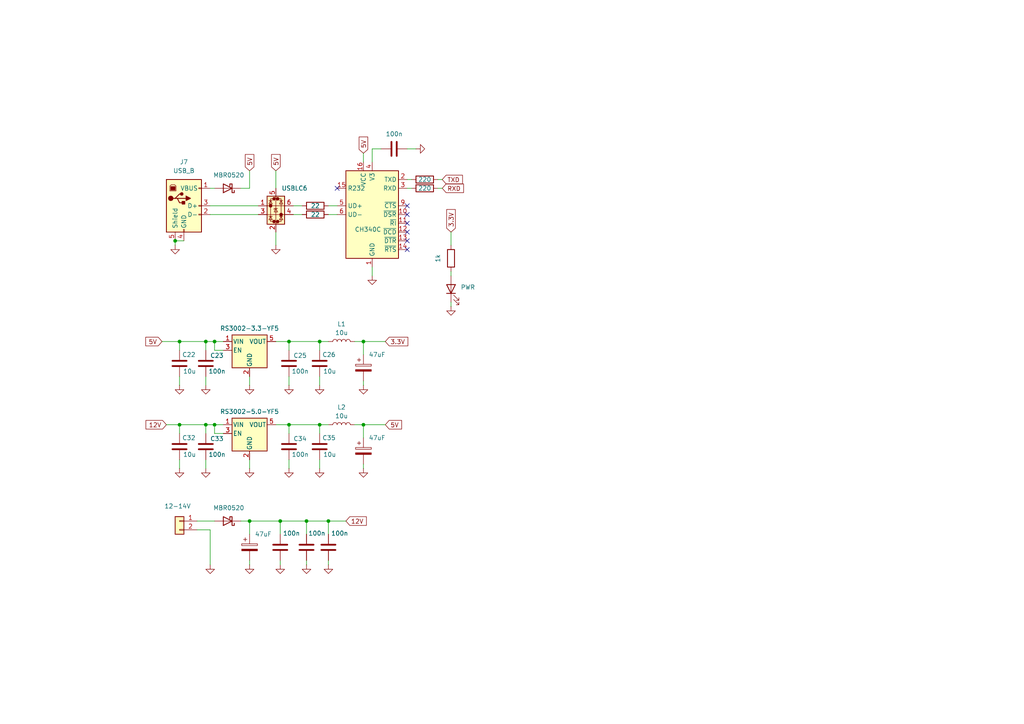
<source format=kicad_sch>
(kicad_sch (version 20250114) (generator "eeschema") (generator_version "9.0")
  (paper "A4")
  (lib_symbols
    (symbol "Connector:USB_B" (pin_names (offset 1.016))
      (property "Reference" "J" (at -5.08 11.43 0))
      (property "Value" "USB_B" (at -5.08 8.89 0))
      (symbol "USB_B_0_1"
        (rectangle (start -5.08 -7.62) (end 5.08 7.62) (stroke (width 0.254)) (fill (type background)))
        (polyline (pts (xy -4.064 4.318) (xy -2.286 4.318) (xy -2.286 5.715) (xy -2.667 6.096) (xy -3.683 6.096) (xy -4.064 5.715) (xy -4.064 4.318)))
        (rectangle (start -3.81 5.588) (end -2.54 4.572) (fill (type outline)))
        (circle (center -3.81 2.159) (radius 0.635) (stroke (width 0.254)) (fill (type outline)))
        (polyline (pts (xy -3.175 2.159) (xy -2.54 2.159) (xy -1.27 3.429) (xy -0.635 3.429)) (stroke (width 0.254)))
        (polyline (pts (xy -2.54 2.159) (xy -1.905 2.159) (xy -1.27 0.889) (xy 0 0.889)) (stroke (width 0.254)))
        (polyline (pts (xy -1.905 2.159) (xy 0.635 2.159)) (stroke (width 0.254)))
        (circle (center -0.635 3.429) (radius 0.381) (stroke (width 0.254)) (fill (type outline)))
        (rectangle (start -0.127 -7.62) (end 0.127 -6.858))
        (rectangle (start 0.254 1.27) (end -0.508 0.508) (stroke (width 0.254)) (fill (type outline)))
        (polyline (pts (xy 0.635 2.794) (xy 0.635 1.524) (xy 1.905 2.159) (xy 0.635 2.794)) (stroke (width 0.254)) (fill (type outline)))
        (rectangle (start 5.08 4.953) (end 4.318 5.207))
        (rectangle (start 5.08 -0.127) (end 4.318 0.127))
        (rectangle (start 5.08 -2.667) (end 4.318 -2.413))
      )
      (symbol "USB_B_1_1"
        (pin passive line (at -2.54 -10.16 90) (length 2.54) (name "Shield") (number "5"))
        (pin power_out line (at 0 -10.16 90) (length 2.54) (name "GND") (number "4"))
        (pin power_out line (at 7.62 5.08 180) (length 2.54) (name "VBUS") (number "1"))
        (pin bidirectional line (at 7.62 0 180) (length 2.54) (name "D+") (number "3"))
        (pin bidirectional line (at 7.62 -2.54 180) (length 2.54) (name "D-") (number "2"))
      )
    )
    (symbol "Connector_Generic:Conn_01x02" (pin_names (offset 1.016) (hide yes))
      (property "Reference" "J" (at 0 2.54 0))
      (property "Value" "Conn_01x02" (at 0 -5.08 0))
      (symbol "Conn_01x02_1_1"
        (rectangle (start -1.27 1.27) (end 1.27 -3.81) (stroke (width 0.254)) (fill (type background)))
        (rectangle (start -1.27 0.127) (end 0 -0.127) (stroke (width 0.1524)))
        (rectangle (start -1.27 -2.413) (end 0 -2.667) (stroke (width 0.1524)))
        (pin passive line (at -5.08 0 0) (length 3.81) (name "Pin_1") (number "1"))
        (pin passive line (at -5.08 -2.54 0) (length 3.81) (name "Pin_2") (number "2"))
      )
    )
    (symbol "Device:C" (pin_numbers (hide yes)) (pin_names (offset 0.254))
      (property "Reference" "C" (at 0.635 2.54 0))
      (property "Value" "C" (at 0.635 -2.54 0))
      (symbol "C_0_1"
        (polyline (pts (xy -2.032 0.762) (xy 2.032 0.762)) (stroke (width 0.508)))
        (polyline (pts (xy -2.032 -0.762) (xy 2.032 -0.762)) (stroke (width 0.508)))
      )
      (symbol "C_1_1"
        (pin passive line (at 0 3.81 270) (length 2.794) (name "~") (number "1"))
        (pin passive line (at 0 -3.81 90) (length 2.794) (name "~") (number "2"))
      )
    )
    (symbol "Device:C_Polarized" (pin_numbers (hide yes)) (pin_names (offset 0.254))
      (property "Reference" "C" (at 0.635 2.54 0))
      (property "Value" "C_Polarized" (at 0.635 -2.54 0))
      (symbol "C_Polarized_0_1"
        (rectangle (start -2.286 0.508) (end 2.286 1.016))
        (polyline (pts (xy -1.778 2.286) (xy -0.762 2.286)))
        (polyline (pts (xy -1.27 2.794) (xy -1.27 1.778)))
        (rectangle (start 2.286 -0.508) (end -2.286 -1.016) (fill (type outline)))
      )
      (symbol "C_Polarized_1_1"
        (pin passive line (at 0 3.81 270) (length 2.794) (name "~") (number "1"))
        (pin passive line (at 0 -3.81 90) (length 2.794) (name "~") (number "2"))
      )
    )
    (symbol "Device:L" (pin_numbers (hide yes)) (pin_names (offset 1.016) (hide yes))
      (property "Reference" "L" (at -1.27 0 90))
      (property "Value" "L" (at 1.905 0 90))
      (symbol "L_0_1"
        (arc (start 0 2.54) (mid 0.6323 1.905) (end 0 1.27))
        (arc (start 0 1.27) (mid 0.6323 0.635) (end 0 0))
        (arc (start 0 0) (mid 0.6323 -0.635) (end 0 -1.27))
        (arc (start 0 -1.27) (mid 0.6323 -1.905) (end 0 -2.54))
      )
      (symbol "L_1_1"
        (pin passive line (at 0 3.81 270) (length 1.27) (name "1") (number "1"))
        (pin passive line (at 0 -3.81 90) (length 1.27) (name "2") (number "2"))
      )
    )
    (symbol "Device:LED" (pin_numbers (hide yes)) (pin_names (offset 1.016) (hide yes))
      (property "Reference" "D" (at 0 2.54 0))
      (property "Value" "LED" (at 0 -2.54 0))
      (symbol "LED_0_1"
        (polyline (pts (xy -3.048 -0.762) (xy -4.572 -2.286) (xy -3.81 -2.286) (xy -4.572 -2.286) (xy -4.572 -1.524)))
        (polyline (pts (xy -1.778 -0.762) (xy -3.302 -2.286) (xy -2.54 -2.286) (xy -3.302 -2.286) (xy -3.302 -1.524)))
        (polyline (pts (xy -1.27 0) (xy 1.27 0)))
        (polyline (pts (xy -1.27 -1.27) (xy -1.27 1.27)) (stroke (width 0.254)))
        (polyline (pts (xy 1.27 -1.27) (xy 1.27 1.27) (xy -1.27 0) (xy 1.27 -1.27)) (stroke (width 0.254)))
      )
      (symbol "LED_1_1"
        (pin passive line (at -3.81 0 0) (length 2.54) (name "K") (number "1"))
        (pin passive line (at 3.81 0 180) (length 2.54) (name "A") (number "2"))
      )
    )
    (symbol "Device:R" (pin_numbers (hide yes)) (pin_names (offset 0))
      (property "Reference" "R" (at 2.032 0 90))
      (property "Value" "R" (at 0 0 90))
      (symbol "R_0_1"
        (rectangle (start -1.016 -2.54) (end 1.016 2.54) (stroke (width 0.254)))
      )
      (symbol "R_1_1"
        (pin passive line (at 0 3.81 270) (length 1.27) (name "~") (number "1"))
        (pin passive line (at 0 -3.81 90) (length 1.27) (name "~") (number "2"))
      )
    )
    (symbol "Diode:MBR0520" (pin_numbers (hide yes)) (pin_names (offset 1.016) (hide yes))
      (property "Reference" "D" (at 0 2.54 0))
      (property "Value" "MBR0520" (at 0 -2.54 0))
      (symbol "MBR0520_0_1"
        (polyline (pts (xy -1.905 0.635) (xy -1.905 1.27) (xy -1.27 1.27) (xy -1.27 -1.27) (xy -0.635 -1.27) (xy -0.635 -0.635)) (stroke (width 0.254)))
        (polyline (pts (xy 1.27 1.27) (xy 1.27 -1.27) (xy -1.27 0) (xy 1.27 1.27)) (stroke (width 0.254)))
        (polyline (pts (xy 1.27 0) (xy -1.27 0)))
      )
      (symbol "MBR0520_1_1"
        (pin passive line (at -3.81 0 0) (length 2.54) (name "K") (number "1"))
        (pin passive line (at 3.81 0 180) (length 2.54) (name "A") (number "2"))
      )
    )
    (symbol "Interface_USB:CH340C"
      (property "Reference" "U" (at -5.08 13.97 0))
      (property "Value" "CH340C" (at 1.27 13.97 0))
      (symbol "CH340C_0_1"
        (rectangle (start -7.62 12.7) (end 7.62 -12.7) (stroke (width 0.254)) (fill (type background)))
      )
      (symbol "CH340C_1_1"
        (pin input line (at -10.16 7.62 0) (length 2.54) (name "R232") (number "15"))
        (pin bidirectional line (at -10.16 2.54 0) (length 2.54) (name "UD+") (number "5"))
        (pin bidirectional line (at -10.16 0 0) (length 2.54) (name "UD-") (number "6"))
        (pin no_connect line (at -7.62 -5.08 0) (length 2.54) (hide yes) (name "NC") (number "7"))
        (pin no_connect line (at -7.62 -7.62 0) (length 2.54) (hide yes) (name "NC") (number "8"))
        (pin power_in line (at -2.54 15.24 270) (length 2.54) (name "VCC") (number "16"))
        (pin power_out line (at 0 15.24 270) (length 2.54) (name "V3") (number "4"))
        (pin power_in line (at 0 -15.24 90) (length 2.54) (name "GND") (number "1"))
        (pin output line (at 10.16 10.16 180) (length 2.54) (name "TXD") (number "2"))
        (pin input line (at 10.16 7.62 180) (length 2.54) (name "RXD") (number "3"))
        (pin input line (at 10.16 2.54 180) (length 2.54) (name "~{CTS}") (number "9"))
        (pin input line (at 10.16 0 180) (length 2.54) (name "~{DSR}") (number "10"))
        (pin input line (at 10.16 -2.54 180) (length 2.54) (name "~{RI}") (number "11"))
        (pin input line (at 10.16 -5.08 180) (length 2.54) (name "~{DCD}") (number "12"))
        (pin output line (at 10.16 -7.62 180) (length 2.54) (name "~{DTR}") (number "13"))
        (pin output line (at 10.16 -10.16 180) (length 2.54) (name "~{RTS}") (number "14"))
      )
    )
    (symbol "Power_Protection:USBLC6-2SC6" (pin_names (hide yes))
      (property "Reference" "U" (at 0.635 5.715 0))
      (property "Value" "USBLC6-2SC6" (at 0.635 3.81 0))
      (symbol "USBLC6-2SC6_0_0"
        (circle (center -1.524 0) (radius 0.0001) (stroke (width 0.508)))
        (circle (center -0.508 2.032) (radius 0.0001) (stroke (width 0.508)))
        (circle (center -0.508 -4.572) (radius 0.0001) (stroke (width 0.508)))
        (circle (center 0.508 2.032) (radius 0.0001) (stroke (width 0.508)))
        (circle (center 0.508 -4.572) (radius 0.0001) (stroke (width 0.508)))
        (circle (center 1.524 -2.54) (radius 0.0001) (stroke (width 0.508)))
      )
      (symbol "USBLC6-2SC6_0_1"
        (polyline (pts (xy -2.54 0) (xy 2.54 0)))
        (polyline (pts (xy -2.54 -2.54) (xy 2.54 -2.54)))
        (polyline (pts (xy -2.032 0.508) (xy -1.016 0.508) (xy -1.524 1.524) (xy -2.032 0.508)))
        (polyline (pts (xy -2.032 -3.048) (xy -1.016 -3.048)))
        (polyline (pts (xy -1.016 1.524) (xy -2.032 1.524)))
        (polyline (pts (xy -1.016 -4.064) (xy -2.032 -4.064) (xy -1.524 -3.048) (xy -1.016 -4.064)))
        (polyline (pts (xy -0.508 -1.143) (xy -0.508 -0.762) (xy 0.508 -0.762)))
        (polyline (pts (xy 0 2.54) (xy -0.508 2.032) (xy 0.508 2.032) (xy 0 1.524) (xy 0 -4.064) (xy -0.508 -4.572) (xy 0.508 -4.572) (xy 0 -5.08)))
        (polyline (pts (xy 0.508 -1.778) (xy -0.508 -1.778) (xy 0 -0.762) (xy 0.508 -1.778)))
        (polyline (pts (xy 1.016 1.524) (xy 2.032 1.524)))
        (polyline (pts (xy 1.016 -3.048) (xy 2.032 -3.048)))
        (polyline (pts (xy 2.032 0.508) (xy 1.016 0.508) (xy 1.524 1.524) (xy 2.032 0.508)))
        (polyline (pts (xy 2.032 -4.064) (xy 1.016 -4.064) (xy 1.524 -3.048) (xy 2.032 -4.064)))
      )
      (symbol "USBLC6-2SC6_1_1"
        (rectangle (start -2.54 2.794) (end 2.54 -5.334) (stroke (width 0.254)) (fill (type background)))
        (polyline (pts (xy -0.508 2.032) (xy -1.524 2.032) (xy -1.524 -4.572) (xy -0.508 -4.572)))
        (polyline (pts (xy 0.508 -4.572) (xy 1.524 -4.572) (xy 1.524 2.032) (xy 0.508 2.032)))
        (pin passive line (at -5.08 0 0) (length 2.54) (name "I/O1") (number "1"))
        (pin passive line (at -5.08 -2.54 0) (length 2.54) (name "I/O2") (number "3"))
        (pin passive line (at 0 5.08 270) (length 2.54) (name "VBUS") (number "5"))
        (pin passive line (at 0 -7.62 90) (length 2.54) (name "GND") (number "2"))
        (pin passive line (at 5.08 0 180) (length 2.54) (name "I/O1") (number "6"))
        (pin passive line (at 5.08 -2.54 180) (length 2.54) (name "I/O2") (number "4"))
      )
    )
    (symbol "Regulator_Linear:AP2112K-3.3" (pin_names (offset 0.254))
      (property "Reference" "U" (at -5.08 5.715 0))
      (property "Value" "AP2112K-3.3" (at 0 5.715 0))
      (symbol "AP2112K-3.3_0_1"
        (rectangle (start -5.08 4.445) (end 5.08 -5.08) (stroke (width 0.254)) (fill (type background)))
      )
      (symbol "AP2112K-3.3_1_1"
        (pin power_in line (at -7.62 2.54 0) (length 2.54) (name "VIN") (number "1"))
        (pin input line (at -7.62 0 0) (length 2.54) (name "EN") (number "3"))
        (pin power_in line (at 0 -7.62 90) (length 2.54) (name "GND") (number "2"))
        (pin no_connect line (at 5.08 0 180) (length 2.54) (hide yes) (name "NC") (number "4"))
        (pin power_out line (at 7.62 2.54 180) (length 2.54) (name "VOUT") (number "5"))
      )
    )
    (symbol "power:GND" (power) (pin_numbers (hide yes)) (pin_names (offset 0) (hide yes))
      (property "Value" "GND" (at 0 -3.81 0))
      (symbol "GND_0_1"
        (polyline (pts (xy 0 0) (xy 0 -1.27) (xy 1.27 -1.27) (xy 0 -2.54) (xy -1.27 -1.27) (xy 0 -1.27)))
      )
      (symbol "GND_1_1"
        (pin power_in line (at 0 0 270) (length 0) (name "~") (number "1"))
      )
    )
  )
  (junction (at 50.8 69.85))
  (junction (at 95.25 151.13))
  (junction (at 59.69 99.06))
  (junction (at 52.07 99.06))
  (junction (at 62.23 123.19))
  (junction (at 62.23 99.06))
  (junction (at 52.07 123.19))
  (junction (at 72.39 151.13))
  (junction (at 105.41 99.06))
  (junction (at 105.41 123.19))
  (junction (at 92.71 99.06))
  (junction (at 83.82 123.19))
  (junction (at 88.9 151.13))
  (junction (at 83.82 99.06))
  (junction (at 59.69 123.19))
  (junction (at 81.28 151.13))
  (junction (at 92.71 123.19))
  (no_connect (at 97.79 54.61))
  (no_connect (at 118.11 64.77))
  (no_connect (at 118.11 69.85))
  (no_connect (at 118.11 72.39))
  (no_connect (at 118.11 59.69))
  (no_connect (at 118.11 67.31))
  (no_connect (at 118.11 62.23))
  (wire (pts (xy 72.39 49.53) (xy 72.39 54.61)))
  (wire (pts (xy 57.15 151.13) (xy 62.23 151.13)))
  (wire (pts (xy 72.39 133.35) (xy 72.39 135.89)))
  (wire (pts (xy 105.41 123.19) (xy 105.41 127)))
  (wire (pts (xy 48.26 123.19) (xy 52.07 123.19)))
  (wire (pts (xy 59.69 99.06) (xy 59.69 101.6)))
  (wire (pts (xy 52.07 133.35) (xy 52.07 135.89)))
  (wire (pts (xy 85.09 59.69) (xy 87.63 59.69)))
  (wire (pts (xy 59.69 123.19) (xy 62.23 123.19)))
  (wire (pts (xy 59.69 133.35) (xy 59.69 135.89)))
  (wire (pts (xy 95.25 62.23) (xy 97.79 62.23)))
  (wire (pts (xy 92.71 109.22) (xy 92.71 111.76)))
  (wire (pts (xy 105.41 99.06) (xy 105.41 102.87)))
  (wire (pts (xy 72.39 54.61) (xy 69.85 54.61)))
  (wire (pts (xy 107.95 43.18) (xy 107.95 46.99)))
  (wire (pts (xy 88.9 162.56) (xy 88.9 163.83)))
  (wire (pts (xy 83.82 99.06) (xy 83.82 101.6)))
  (wire (pts (xy 80.01 49.53) (xy 80.01 54.61)))
  (wire (pts (xy 50.8 69.85) (xy 53.34 69.85)))
  (wire (pts (xy 52.07 123.19) (xy 59.69 123.19)))
  (wire (pts (xy 59.69 109.22) (xy 59.69 111.76)))
  (wire (pts (xy 128.27 54.61) (xy 127 54.61)))
  (wire (pts (xy 59.69 99.06) (xy 62.23 99.06)))
  (wire (pts (xy 92.71 101.6) (xy 92.71 99.06)))
  (wire (pts (xy 95.25 59.69) (xy 97.79 59.69)))
  (wire (pts (xy 52.07 109.22) (xy 52.07 111.76)))
  (wire (pts (xy 95.25 151.13) (xy 100.33 151.13)))
  (wire (pts (xy 95.25 151.13) (xy 95.25 154.94)))
  (wire (pts (xy 88.9 151.13) (xy 88.9 154.94)))
  (wire (pts (xy 50.8 69.85) (xy 50.8 71.12)))
  (wire (pts (xy 52.07 99.06) (xy 52.07 101.6)))
  (wire (pts (xy 62.23 99.06) (xy 62.23 101.6)))
  (wire (pts (xy 105.41 99.06) (xy 111.76 99.06)))
  (wire (pts (xy 92.71 99.06) (xy 83.82 99.06)))
  (wire (pts (xy 80.01 99.06) (xy 83.82 99.06)))
  (wire (pts (xy 105.41 44.45) (xy 105.41 46.99)))
  (wire (pts (xy 85.09 62.23) (xy 87.63 62.23)))
  (wire (pts (xy 72.39 154.94) (xy 72.39 151.13)))
  (wire (pts (xy 118.11 52.07) (xy 119.38 52.07)))
  (wire (pts (xy 128.27 52.07) (xy 127 52.07)))
  (wire (pts (xy 105.41 134.62) (xy 105.41 135.89)))
  (wire (pts (xy 110.49 43.18) (xy 107.95 43.18)))
  (wire (pts (xy 130.81 87.63) (xy 130.81 88.9)))
  (wire (pts (xy 59.69 123.19) (xy 59.69 125.73)))
  (wire (pts (xy 80.01 67.31) (xy 80.01 71.12)))
  (wire (pts (xy 81.28 151.13) (xy 88.9 151.13)))
  (wire (pts (xy 81.28 162.56) (xy 81.28 163.83)))
  (wire (pts (xy 102.87 123.19) (xy 105.41 123.19)))
  (wire (pts (xy 83.82 109.22) (xy 83.82 111.76)))
  (wire (pts (xy 105.41 123.19) (xy 111.76 123.19)))
  (wire (pts (xy 60.96 59.69) (xy 74.93 59.69)))
  (wire (pts (xy 69.85 151.13) (xy 72.39 151.13)))
  (wire (pts (xy 62.23 123.19) (xy 64.77 123.19)))
  (wire (pts (xy 72.39 109.22) (xy 72.39 111.76)))
  (wire (pts (xy 62.23 99.06) (xy 64.77 99.06)))
  (wire (pts (xy 130.81 67.31) (xy 130.81 71.12)))
  (wire (pts (xy 102.87 99.06) (xy 105.41 99.06)))
  (wire (pts (xy 72.39 151.13) (xy 81.28 151.13)))
  (wire (pts (xy 60.96 54.61) (xy 62.23 54.61)))
  (wire (pts (xy 92.71 125.73) (xy 92.71 123.19)))
  (wire (pts (xy 92.71 99.06) (xy 95.25 99.06)))
  (wire (pts (xy 92.71 133.35) (xy 92.71 135.89)))
  (wire (pts (xy 62.23 125.73) (xy 64.77 125.73)))
  (wire (pts (xy 83.82 123.19) (xy 83.82 125.73)))
  (wire (pts (xy 81.28 151.13) (xy 81.28 154.94)))
  (wire (pts (xy 118.11 54.61) (xy 119.38 54.61)))
  (wire (pts (xy 52.07 99.06) (xy 59.69 99.06)))
  (wire (pts (xy 60.96 62.23) (xy 74.93 62.23)))
  (wire (pts (xy 92.71 123.19) (xy 83.82 123.19)))
  (wire (pts (xy 72.39 162.56) (xy 72.39 163.83)))
  (wire (pts (xy 107.95 77.47) (xy 107.95 80.01)))
  (wire (pts (xy 80.01 123.19) (xy 83.82 123.19)))
  (wire (pts (xy 57.15 153.67) (xy 60.96 153.67)))
  (wire (pts (xy 52.07 123.19) (xy 52.07 125.73)))
  (wire (pts (xy 92.71 123.19) (xy 95.25 123.19)))
  (wire (pts (xy 95.25 162.56) (xy 95.25 163.83)))
  (wire (pts (xy 60.96 153.67) (xy 60.96 163.83)))
  (wire (pts (xy 62.23 101.6) (xy 64.77 101.6)))
  (wire (pts (xy 118.11 43.18) (xy 120.65 43.18)))
  (wire (pts (xy 46.99 99.06) (xy 52.07 99.06)))
  (wire (pts (xy 83.82 133.35) (xy 83.82 135.89)))
  (wire (pts (xy 62.23 123.19) (xy 62.23 125.73)))
  (wire (pts (xy 88.9 151.13) (xy 95.25 151.13)))
  (wire (pts (xy 130.81 78.74) (xy 130.81 80.01)))
  (wire (pts (xy 105.41 110.49) (xy 105.41 111.76)))
  (global_label "5V" (shape input) (at 46.99 99.06 180) (property "Intersheetrefs" "${INTERSHEET_REFS}" (effects (hide yes))))
  (global_label "5V" (shape input) (at 80.01 49.53 90) (property "Intersheetrefs" "${INTERSHEET_REFS}" (effects (hide yes))))
  (global_label "5V" (shape input) (at 72.39 49.53 90) (property "Intersheetrefs" "${INTERSHEET_REFS}" (effects (hide yes))))
  (global_label "3.3V" (shape input) (at 111.76 99.06 0) (property "Intersheetrefs" "${INTERSHEET_REFS}" (effects (hide yes))))
  (global_label "5V" (shape input) (at 111.76 123.19 0) (property "Intersheetrefs" "${INTERSHEET_REFS}" (effects (hide yes))))
  (global_label "12V" (shape input) (at 48.26 123.19 180) (property "Intersheetrefs" "${INTERSHEET_REFS}" (effects (hide yes))))
  (global_label "TXD" (shape input) (at 128.27 52.07 0) (property "Intersheetrefs" "${INTERSHEET_REFS}" (effects (hide yes))))
  (global_label "12V" (shape input) (at 100.33 151.13 0) (property "Intersheetrefs" "${INTERSHEET_REFS}" (effects (hide yes))))
  (global_label "3.3V" (shape input) (at 130.81 67.31 90) (property "Intersheetrefs" "${INTERSHEET_REFS}" (effects (hide yes))))
  (global_label "RXD" (shape input) (at 128.27 54.61 0) (property "Intersheetrefs" "${INTERSHEET_REFS}" (effects (hide yes))))
  (global_label "5V" (shape input) (at 105.41 44.45 90) (property "Intersheetrefs" "${INTERSHEET_REFS}" (effects (hide yes))))
  (symbol (lib_id "Device:C") (at 88.9 158.75 0) (unit 1)
    (property "Reference" "C20" (effects (hide yes)))
    (property "Value" "100n" (at 89.408 154.686 0) (effects (justify left)))
    (property "Footprint" "Capacitor_SMD:C_1206_3216Metric" (effects (hide yes)))
    (property "Description" "Unpolarized capacitor" (effects (hide yes)))
  )
  (symbol (lib_id "Device:R") (at 130.81 74.93 180) (unit 1)
    (property "Reference" "R21" (effects (hide yes)))
    (property "Value" "1k" (at 127 74.93 90))
    (property "Footprint" "Resistor_SMD:R_1206_3216Metric" (effects (hide yes)))
    (property "Description" "Resistor" (effects (hide yes)))
  )
  (symbol (lib_id "Diode:MBR0520") (at 66.04 151.13 180) (unit 1)
    (property "Reference" "D1" (effects (hide yes)))
    (property "Value" "MBR0520" (at 66.3575 147.32 0))
    (property "Footprint" "Diode_SMD:D_SOD-123" (effects (hide yes)))
    (property "Datasheet" "http://www.mccsemi.com/up_pdf/MBR0520~MBR0580(SOD123).pdf" (effects (hide yes)))
    (property "Description" "20V 0.5A Schottky Power Rectifier Diode, SOD-123" (effects (hide yes)))
  )
  (symbol (lib_id "Power_Protection:USBLC6-2SC6") (at 80.01 59.69 0) (unit 1)
    (property "Reference" "U2" (effects (hide yes)))
    (property "Value" "USBLC6" (at 81.6611 54.61 0) (effects (justify left)))
    (property "Footprint" "Package_TO_SOT_SMD:SOT-23-6" (effects (hide yes)))
    (property "Datasheet" "https://www.st.com/resource/en/datasheet/usblc6-2.pdf" (effects (hide yes)))
    (property "Description" "Very low capacitance ESD protection diode, 2 data-line, SOT-23-6" (effects (hide yes)))
  )
  (symbol (lib_id "power:GND") (at 52.07 135.89 0) (unit 1)
    (property "Reference" "#PWR029" (effects (hide yes)))
    (property "Value" "GND" (effects (hide yes)))
    (property "Description" "Power symbol creates a global label with name \"GND\" , ground" (effects (hide yes)))
  )
  (symbol (lib_id "power:GND") (at 72.39 135.89 0) (unit 1)
    (property "Reference" "#PWR053" (effects (hide yes)))
    (property "Value" "GND" (effects (hide yes)))
    (property "Description" "Power symbol creates a global label with name \"GND\" , ground" (effects (hide yes)))
  )
  (symbol (lib_id "Device:C_Polarized") (at 72.39 158.75 0) (unit 1)
    (property "Reference" "C18" (effects (hide yes)))
    (property "Value" "47uF" (at 73.914 154.94 0) (effects (justify left)))
    (property "Footprint" "Capacitor_THT:CP_Radial_D5.0mm_P2.50mm" (effects (hide yes)))
    (property "Description" "Polarized capacitor" (effects (hide yes)))
  )
  (symbol (lib_id "Regulator_Linear:AP2112K-3.3") (at 72.39 101.6 0) (unit 1)
    (property "Reference" "U4" (effects (hide yes)))
    (property "Value" "RS3002-3.3-YF5" (at 72.39 95.25 0))
    (property "Footprint" "Package_TO_SOT_SMD:SOT-23-5" (effects (hide yes)))
    (property "Datasheet" "https://www.diodes.com/assets/Datasheets/AP2112.pdf" (effects (hide yes)))
    (property "Description" "600mA low dropout linear regulator, with enable pin, 3.8V-6V input voltage range, 3.3V fixed positive output, SOT-23-5" (effects (hide yes)))
  )
  (symbol (lib_id "Device:C") (at 83.82 129.54 0) (unit 1)
    (property "Reference" "C34" (at 85.09 127.254 0) (effects (justify left)))
    (property "Value" "100n" (at 84.582 131.826 0) (effects (justify left)))
    (property "Footprint" "Capacitor_SMD:C_1206_3216Metric_Pad1.33x1.80mm_HandSolder" (effects (hide yes)))
    (property "Description" "Unpolarized capacitor" (effects (hide yes)))
  )
  (symbol (lib_id "Device:LED") (at 130.81 83.82 90) (unit 1)
    (property "Reference" "D4" (effects (hide yes)))
    (property "Value" "PWR" (at 133.604 83.312 90) (effects (justify right)))
    (property "Footprint" "LED_SMD:LED_1206_3216Metric" (effects (hide yes)))
    (property "Description" "Light emitting diode" (effects (hide yes)))
  )
  (symbol (lib_id "Device:L") (at 99.06 99.06 90) (unit 1)
    (property "Reference" "L1" (at 99.06 93.98 90))
    (property "Value" "10u" (at 99.06 96.52 90))
    (property "Footprint" "Inductor_SMD:L_1206_3216Metric" (effects (hide yes)))
    (property "Description" "Inductor" (effects (hide yes)))
  )
  (symbol (lib_id "power:GND") (at 92.71 111.76 0) (unit 1)
    (property "Reference" "#PWR036" (effects (hide yes)))
    (property "Value" "GND" (effects (hide yes)))
    (property "Description" "Power symbol creates a global label with name \"GND\" , ground" (effects (hide yes)))
  )
  (symbol (lib_id "Device:C") (at 59.69 129.54 0) (unit 1)
    (property "Reference" "C33" (at 60.96 127.254 0) (effects (justify left)))
    (property "Value" "100n" (at 60.452 131.826 0) (effects (justify left)))
    (property "Footprint" "Capacitor_SMD:C_1206_3216Metric_Pad1.33x1.80mm_HandSolder" (effects (hide yes)))
    (property "Description" "Unpolarized capacitor" (effects (hide yes)))
  )
  (symbol (lib_id "Device:C") (at 52.07 105.41 0) (unit 1)
    (property "Reference" "C22" (at 52.832 102.87 0) (effects (justify left)))
    (property "Value" "10u" (at 53.086 107.696 0) (effects (justify left)))
    (property "Footprint" "Capacitor_SMD:C_1206_3216Metric_Pad1.33x1.80mm_HandSolder" (effects (hide yes)))
    (property "Description" "Unpolarized capacitor" (effects (hide yes)))
  )
  (symbol (lib_id "Device:C_Polarized") (at 105.41 130.81 0) (unit 1)
    (property "Reference" "C36" (effects (hide yes)))
    (property "Value" "47uF" (at 106.934 127 0) (effects (justify left)))
    (property "Footprint" "Capacitor_THT:CP_Radial_D5.0mm_P2.50mm" (effects (hide yes)))
    (property "Description" "Polarized capacitor" (effects (hide yes)))
  )
  (symbol (lib_id "power:GND") (at 105.41 135.89 0) (unit 1)
    (property "Reference" "#PWR056" (effects (hide yes)))
    (property "Value" "GND" (effects (hide yes)))
    (property "Description" "Power symbol creates a global label with name \"GND\" , ground" (effects (hide yes)))
  )
  (symbol (lib_id "power:GND") (at 81.28 163.83 0) (unit 1)
    (property "Reference" "#PWR025" (effects (hide yes)))
    (property "Value" "GND" (effects (hide yes)))
    (property "Description" "Power symbol creates a global label with name \"GND\" , ground" (effects (hide yes)))
  )
  (symbol (lib_id "power:GND") (at 83.82 111.76 0) (unit 1)
    (property "Reference" "#PWR035" (effects (hide yes)))
    (property "Value" "GND" (effects (hide yes)))
    (property "Description" "Power symbol creates a global label with name \"GND\" , ground" (effects (hide yes)))
  )
  (symbol (lib_id "power:GND") (at 88.9 163.83 0) (unit 1)
    (property "Reference" "#PWR026" (effects (hide yes)))
    (property "Value" "GND" (effects (hide yes)))
    (property "Description" "Power symbol creates a global label with name \"GND\" , ground" (effects (hide yes)))
  )
  (symbol (lib_id "Device:L") (at 99.06 123.19 90) (unit 1)
    (property "Reference" "L2" (at 99.06 118.11 90))
    (property "Value" "10u" (at 99.06 120.65 90))
    (property "Footprint" "Inductor_SMD:L_1206_3216Metric" (effects (hide yes)))
    (property "Description" "Inductor" (effects (hide yes)))
  )
  (symbol (lib_id "power:GND") (at 80.01 71.12 0) (unit 1)
    (property "Reference" "#PWR028" (effects (hide yes)))
    (property "Value" "GND" (effects (hide yes)))
    (property "Description" "Power symbol creates a global label with name \"GND\" , ground" (effects (hide yes)))
  )
  (symbol (lib_id "Device:C") (at 83.82 105.41 0) (unit 1)
    (property "Reference" "C25" (at 85.09 103.124 0) (effects (justify left)))
    (property "Value" "100n" (at 84.582 107.696 0) (effects (justify left)))
    (property "Footprint" "Capacitor_SMD:C_1206_3216Metric_Pad1.33x1.80mm_HandSolder" (effects (hide yes)))
    (property "Description" "Unpolarized capacitor" (effects (hide yes)))
  )
  (symbol (lib_id "power:GND") (at 59.69 135.89 0) (unit 1)
    (property "Reference" "#PWR052" (effects (hide yes)))
    (property "Value" "GND" (effects (hide yes)))
    (property "Description" "Power symbol creates a global label with name \"GND\" , ground" (effects (hide yes)))
  )
  (symbol (lib_id "power:GND") (at 105.41 111.76 0) (unit 1)
    (property "Reference" "#PWR038" (effects (hide yes)))
    (property "Value" "GND" (effects (hide yes)))
    (property "Description" "Power symbol creates a global label with name \"GND\" , ground" (effects (hide yes)))
  )
  (symbol (lib_id "Device:C") (at 114.3 43.18 90) (unit 1)
    (property "Reference" "C24" (effects (hide yes)))
    (property "Value" "100n" (at 116.84 38.862 90) (effects (justify left)))
    (property "Footprint" "Capacitor_SMD:C_1206_3216Metric" (effects (hide yes)))
    (property "Description" "Unpolarized capacitor" (effects (hide yes)))
  )
  (symbol (lib_id "power:GND") (at 95.25 163.83 0) (unit 1)
    (property "Reference" "#PWR027" (effects (hide yes)))
    (property "Value" "GND" (effects (hide yes)))
    (property "Description" "Power symbol creates a global label with name \"GND\" , ground" (effects (hide yes)))
  )
  (symbol (lib_id "Device:R") (at 123.19 54.61 270) (unit 1)
    (property "Reference" "R20" (effects (hide yes)))
    (property "Value" "220" (at 123.19 54.61 90))
    (property "Footprint" "Resistor_SMD:R_1206_3216Metric" (effects (hide yes)))
    (property "Description" "Resistor" (effects (hide yes)))
  )
  (symbol (lib_id "power:GND") (at 72.39 111.76 0) (unit 1)
    (property "Reference" "#PWR033" (effects (hide yes)))
    (property "Value" "GND" (effects (hide yes)))
    (property "Description" "Power symbol creates a global label with name \"GND\" , ground" (effects (hide yes)))
  )
  (symbol (lib_id "power:GND") (at 52.07 111.76 0) (unit 1)
    (property "Reference" "#PWR030" (effects (hide yes)))
    (property "Value" "GND" (effects (hide yes)))
    (property "Description" "Power symbol creates a global label with name \"GND\" , ground" (effects (hide yes)))
  )
  (symbol (lib_id "power:GND") (at 107.95 80.01 0) (unit 1)
    (property "Reference" "#PWR032" (effects (hide yes)))
    (property "Value" "GND" (effects (hide yes)))
    (property "Description" "Power symbol creates a global label with name \"GND\" , ground" (effects (hide yes)))
  )
  (symbol (lib_id "Device:C") (at 81.28 158.75 0) (unit 1)
    (property "Reference" "C19" (effects (hide yes)))
    (property "Value" "100n" (at 82.042 154.686 0) (effects (justify left)))
    (property "Footprint" "Capacitor_SMD:C_1206_3216Metric" (effects (hide yes)))
    (property "Description" "Unpolarized capacitor" (effects (hide yes)))
  )
  (symbol (lib_id "Connector:USB_B") (at 53.34 59.69 0) (unit 1)
    (property "Reference" "J7" (at 53.34 46.99 0))
    (property "Value" "USB_B" (at 53.34 49.53 0))
    (property "Footprint" "Connector_USB:USB_B_Lumberg_2411_02_Horizontal" (effects (hide yes)))
    (property "Description" "USB Type B connector" (effects (hide yes)))
  )
  (symbol (lib_id "Device:R") (at 91.44 62.23 270) (unit 1)
    (property "Reference" "R18" (effects (hide yes)))
    (property "Value" "22" (at 91.44 62.23 90))
    (property "Footprint" "Resistor_SMD:R_1206_3216Metric" (effects (hide yes)))
    (property "Description" "Resistor" (effects (hide yes)))
  )
  (symbol (lib_id "Device:C") (at 52.07 129.54 0) (unit 1)
    (property "Reference" "C32" (at 52.832 127 0) (effects (justify left)))
    (property "Value" "10u" (at 53.086 131.826 0) (effects (justify left)))
    (property "Footprint" "Capacitor_SMD:C_1206_3216Metric_Pad1.33x1.80mm_HandSolder" (effects (hide yes)))
    (property "Description" "Unpolarized capacitor" (effects (hide yes)))
  )
  (symbol (lib_id "Regulator_Linear:AP2112K-3.3") (at 72.39 125.73 0) (unit 1)
    (property "Reference" "U12" (effects (hide yes)))
    (property "Value" "RS3002-5.0-YF5" (at 72.39 119.38 0))
    (property "Footprint" "Package_TO_SOT_SMD:SOT-23-5" (effects (hide yes)))
    (property "Datasheet" "https://www.diodes.com/assets/Datasheets/AP2112.pdf" (effects (hide yes)))
    (property "Description" "600mA low dropout linear regulator, with enable pin, 3.8V-6V input voltage range, 3.3V fixed positive output, SOT-23-5" (effects (hide yes)))
  )
  (symbol (lib_id "power:GND") (at 130.81 88.9 0) (unit 1)
    (property "Reference" "#PWR037" (effects (hide yes)))
    (property "Value" "GND" (effects (hide yes)))
    (property "Description" "Power symbol creates a global label with name \"GND\" , ground" (effects (hide yes)))
  )
  (symbol (lib_id "Diode:MBR0520") (at 66.04 54.61 180) (unit 1)
    (property "Reference" "D2" (effects (hide yes)))
    (property "Value" "MBR0520" (at 66.3575 50.8 0))
    (property "Footprint" "Diode_SMD:D_SOD-123" (effects (hide yes)))
    (property "Datasheet" "http://www.mccsemi.com/up_pdf/MBR0520~MBR0580(SOD123).pdf" (effects (hide yes)))
    (property "Description" "20V 0.5A Schottky Power Rectifier Diode, SOD-123" (effects (hide yes)))
  )
  (symbol (lib_id "Device:R") (at 91.44 59.69 270) (unit 1)
    (property "Reference" "R17" (effects (hide yes)))
    (property "Value" "22" (at 91.44 59.69 90))
    (property "Footprint" "Resistor_SMD:R_1206_3216Metric" (effects (hide yes)))
    (property "Description" "Resistor" (effects (hide yes)))
  )
  (symbol (lib_id "Device:R") (at 123.19 52.07 270) (unit 1)
    (property "Reference" "R19" (effects (hide yes)))
    (property "Value" "220" (at 123.19 52.07 90))
    (property "Footprint" "Resistor_SMD:R_1206_3216Metric" (effects (hide yes)))
    (property "Description" "Resistor" (effects (hide yes)))
  )
  (symbol (lib_id "Interface_USB:CH340C") (at 107.95 62.23 0) (unit 1)
    (property "Reference" "U3" (effects (hide yes)))
    (property "Value" "CH340C" (at 102.87 66.548 0) (effects (justify left)))
    (property "Footprint" "Package_SO:SOIC-16_3.9x9.9mm_P1.27mm" (effects (hide yes)))
    (property "Datasheet" "https://datasheet.lcsc.com/szlcsc/Jiangsu-Qin-Heng-CH340C_C84681.pdf" (effects (hide yes)))
    (property "Description" "USB serial converter, crystal-less, UART, SOIC-16" (effects (hide yes)))
  )
  (symbol (lib_id "Device:C") (at 95.25 158.75 0) (unit 1)
    (property "Reference" "C21" (effects (hide yes)))
    (property "Value" "100n" (at 96.012 154.686 0) (effects (justify left)))
    (property "Footprint" "Capacitor_SMD:C_1206_3216Metric" (effects (hide yes)))
    (property "Description" "Unpolarized capacitor" (effects (hide yes)))
  )
  (symbol (lib_id "Connector_Generic:Conn_01x02") (at 52.07 151.13 0) (mirror y) (unit 1)
    (property "Reference" "J4" (effects (hide yes)))
    (property "Value" "12-14V" (at 55.372 146.812 0) (effects (justify left)))
    (property "Footprint" "Connector_PinHeader_2.54mm:PinHeader_1x02_P2.54mm_Vertical" (effects (hide yes)))
    (property "Description" "Generic connector, single row, 01x02, script generated (kicad-library-utils/schlib/autogen/connector/)" (effects (hide yes)))
  )
  (symbol (lib_id "Device:C_Polarized") (at 105.41 106.68 0) (unit 1)
    (property "Reference" "C27" (effects (hide yes)))
    (property "Value" "47uF" (at 106.934 102.87 0) (effects (justify left)))
    (property "Footprint" "Capacitor_THT:CP_Radial_D5.0mm_P2.50mm" (effects (hide yes)))
    (property "Description" "Polarized capacitor" (effects (hide yes)))
  )
  (symbol (lib_id "power:GND") (at 92.71 135.89 0) (unit 1)
    (property "Reference" "#PWR055" (effects (hide yes)))
    (property "Value" "GND" (effects (hide yes)))
    (property "Description" "Power symbol creates a global label with name \"GND\" , ground" (effects (hide yes)))
  )
  (symbol (lib_id "Device:C") (at 92.71 129.54 0) (unit 1)
    (property "Reference" "C35" (at 93.472 127 0) (effects (justify left)))
    (property "Value" "10u" (at 93.726 131.826 0) (effects (justify left)))
    (property "Footprint" "Capacitor_SMD:C_1206_3216Metric_Pad1.33x1.80mm_HandSolder" (effects (hide yes)))
    (property "Description" "Unpolarized capacitor" (effects (hide yes)))
  )
  (symbol (lib_id "power:GND") (at 50.8 71.12 0) (unit 1)
    (property "Reference" "#PWR023" (effects (hide yes)))
    (property "Value" "GND" (effects (hide yes)))
    (property "Description" "Power symbol creates a global label with name \"GND\" , ground" (effects (hide yes)))
  )
  (symbol (lib_id "power:GND") (at 72.39 163.83 0) (unit 1)
    (property "Reference" "#PWR024" (effects (hide yes)))
    (property "Value" "GND" (effects (hide yes)))
    (property "Description" "Power symbol creates a global label with name \"GND\" , ground" (effects (hide yes)))
  )
  (symbol (lib_id "power:GND") (at 120.65 43.18 90) (unit 1)
    (property "Reference" "#PWR034" (effects (hide yes)))
    (property "Value" "GND" (effects (hide yes)))
    (property "Description" "Power symbol creates a global label with name \"GND\" , ground" (effects (hide yes)))
  )
  (symbol (lib_id "power:GND") (at 60.96 163.83 0) (unit 1)
    (property "Reference" "#PWR022" (effects (hide yes)))
    (property "Value" "GND" (effects (hide yes)))
    (property "Description" "Power symbol creates a global label with name \"GND\" , ground" (effects (hide yes)))
  )
  (symbol (lib_id "Device:C") (at 59.69 105.41 0) (unit 1)
    (property "Reference" "C23" (at 60.96 103.124 0) (effects (justify left)))
    (property "Value" "100n" (at 60.452 107.696 0) (effects (justify left)))
    (property "Footprint" "Capacitor_SMD:C_1206_3216Metric_Pad1.33x1.80mm_HandSolder" (effects (hide yes)))
    (property "Description" "Unpolarized capacitor" (effects (hide yes)))
  )
  (symbol (lib_id "power:GND") (at 83.82 135.89 0) (unit 1)
    (property "Reference" "#PWR054" (effects (hide yes)))
    (property "Value" "GND" (effects (hide yes)))
    (property "Description" "Power symbol creates a global label with name \"GND\" , ground" (effects (hide yes)))
  )
  (symbol (lib_id "power:GND") (at 59.69 111.76 0) (unit 1)
    (property "Reference" "#PWR031" (effects (hide yes)))
    (property "Value" "GND" (effects (hide yes)))
    (property "Description" "Power symbol creates a global label with name \"GND\" , ground" (effects (hide yes)))
  )
  (symbol (lib_id "Device:C") (at 92.71 105.41 0) (unit 1)
    (property "Reference" "C26" (at 93.472 102.87 0) (effects (justify left)))
    (property "Value" "10u" (at 93.726 107.696 0) (effects (justify left)))
    (property "Footprint" "Capacitor_SMD:C_1206_3216Metric_Pad1.33x1.80mm_HandSolder" (effects (hide yes)))
    (property "Description" "Unpolarized capacitor" (effects (hide yes)))
  )
)
</source>
